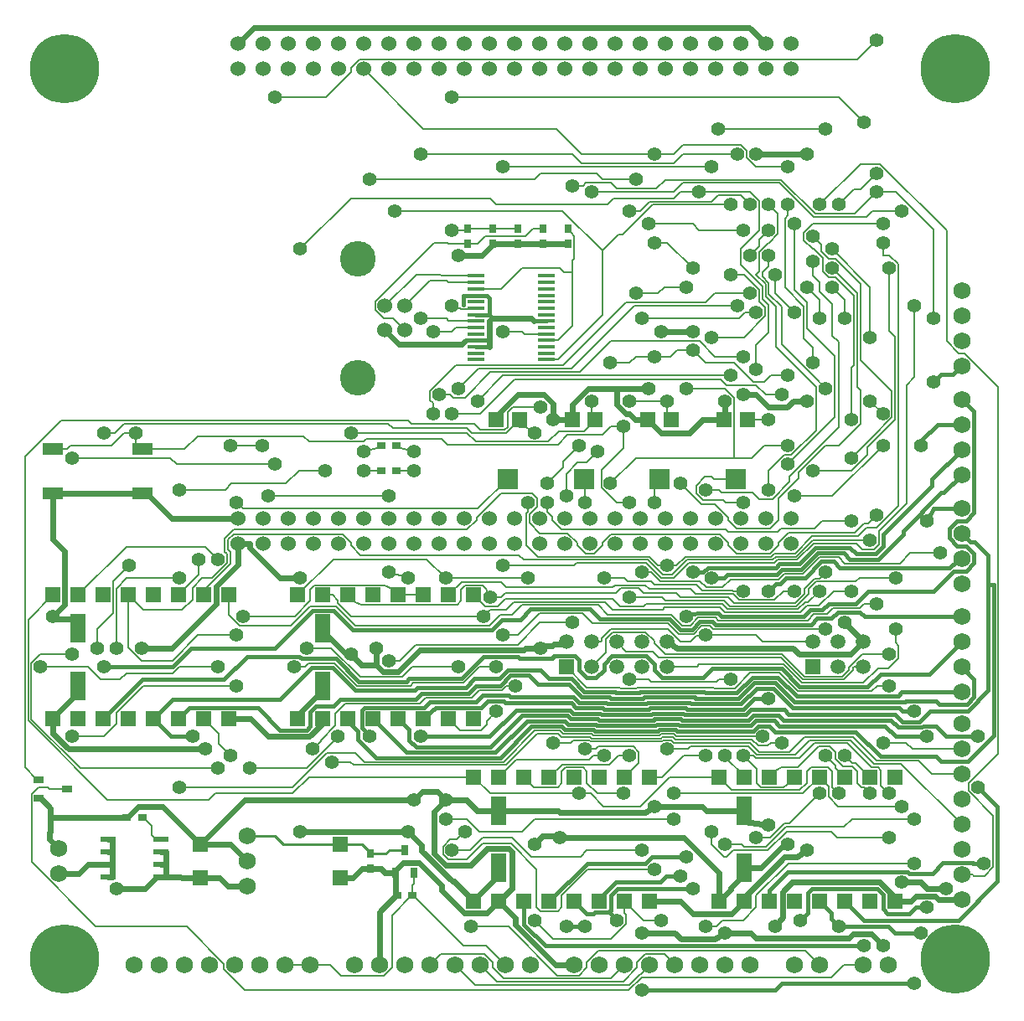
<source format=gtl>
*
*
G04 PADS 9.5 Build Number: 522968 generated Gerber (RS-274-X) file*
G04 PC Version=2.1*
*
%IN "DriverBoardRev2.pcb"*%
*
%MOIN*%
*
%FSLAX35Y35*%
*
*
*
*
G04 PC Standard Apertures*
*
*
G04 Thermal Relief Aperture macro.*
%AMTER*
1,1,$1,0,0*
1,0,$1-$2,0,0*
21,0,$3,$4,0,0,45*
21,0,$3,$4,0,0,135*
%
*
*
G04 Annular Aperture macro.*
%AMANN*
1,1,$1,0,0*
1,0,$2,0,0*
%
*
*
G04 Odd Aperture macro.*
%AMODD*
1,1,$1,0,0*
1,0,$1-0.005,0,0*
%
*
*
G04 PC Custom Aperture Macros*
*
*
*
*
*
*
G04 PC Aperture Table*
*
%ADD010C,0.001*%
%ADD016R,0.038X0.03*%
%ADD023R,0.03X0.038*%
%ADD026C,0.06*%
%ADD027R,0.06X0.06*%
%ADD030R,0.07087X0.01772*%
%ADD031C,0.14173*%
%ADD033C,0.006*%
%ADD037C,0.055*%
%ADD130R,0.08268X0.05118*%
%ADD135R,0.06299X0.06299*%
%ADD136R,0.07874X0.07874*%
%ADD177C,0.01772*%
%ADD188R,0.06102X0.02362*%
%ADD189C,0.0689*%
%ADD190C,0.068*%
%ADD191R,0.02559X0.04134*%
%ADD194R,0.06496X0.11614*%
%ADD195C,0.27559*%
%ADD196R,0.04134X0.02756*%
%ADD198R,0.05906X0.05906*%
%ADD199C,0.05906*%
%ADD215C,0.00984*%
%ADD217C,0.01575*%
%ADD218C,0.02362*%
*
*
*
*
G04 PC Circuitry*
G04 Layer Name DriverBoardRev2.pcb - circuitry*
%LPD*%
*
*
G04 PC Custom Flashes*
G04 Layer Name DriverBoardRev2.pcb - flashes*
%LPD*%
*
*
G04 PC Circuitry*
G04 Layer Name DriverBoardRev2.pcb - circuitry*
%LPD*%
*
G54D10*
G54D16*
G01X154371Y40191D03*
X148171D03*
X141833Y219443D03*
X148033D03*
X141833Y209443D03*
X148033D03*
X40642Y71343D03*
X46842D03*
G54D23*
X216271Y305791D03*
Y299591D03*
X206271D03*
Y305791D03*
X196271Y299591D03*
Y305791D03*
X186271Y299591D03*
Y305791D03*
X176271Y299591D03*
Y305791D03*
X137521Y57041D03*
Y50841D03*
G54D26*
X151271Y265191D03*
Y275033D03*
X143397D03*
Y265191D03*
X84854Y369207D03*
Y379207D03*
X94854Y369207D03*
Y379207D03*
X104854Y369207D03*
Y379207D03*
X114854Y369207D03*
Y379207D03*
X124854Y369207D03*
Y379207D03*
X134854Y369207D03*
Y379207D03*
X144854Y369207D03*
Y379207D03*
X154854Y369207D03*
Y379207D03*
X164854Y369207D03*
Y379207D03*
X174854Y369207D03*
Y379207D03*
X184854Y369207D03*
Y379207D03*
X194854Y369207D03*
Y379207D03*
X204854Y369207D03*
Y379207D03*
X214854Y369207D03*
Y379207D03*
X224854Y369207D03*
Y379207D03*
X234854Y369207D03*
Y379207D03*
X244854Y369207D03*
Y379207D03*
X254854Y369207D03*
Y379207D03*
X264854Y369207D03*
Y379207D03*
X274854Y369207D03*
Y379207D03*
X284854Y369207D03*
Y379207D03*
X294854Y369207D03*
Y379207D03*
X304854Y369207D03*
Y379207D03*
X84854Y180230D03*
Y190230D03*
X94854Y180230D03*
Y190230D03*
X104854Y180230D03*
Y190230D03*
X114854Y180230D03*
Y190230D03*
X124854Y180230D03*
Y190230D03*
X134854Y180230D03*
Y190230D03*
X144854Y180230D03*
Y190230D03*
X154854Y180230D03*
Y190230D03*
X164854Y180230D03*
Y190230D03*
X174854Y180230D03*
Y190230D03*
X184854Y180230D03*
Y190230D03*
X194854Y180230D03*
Y190230D03*
X204854Y180230D03*
Y190230D03*
X214854Y180230D03*
Y190230D03*
X224854Y180230D03*
Y190230D03*
X234854Y180230D03*
Y190230D03*
X244854Y180230D03*
Y190230D03*
X254854Y180230D03*
Y190230D03*
X264854Y180230D03*
Y190230D03*
X274854Y180230D03*
Y190230D03*
X284854Y180230D03*
Y190230D03*
X294854Y180230D03*
Y190230D03*
X304854Y180230D03*
Y190230D03*
G54D27*
X276271Y38006D03*
X286271D03*
X296271D03*
X306271D03*
X316271D03*
X326271D03*
X336271D03*
X346271D03*
Y87376D03*
X336271D03*
X326271D03*
X316271D03*
X306271D03*
X296271D03*
X286271D03*
X276271D03*
X178771Y38006D03*
X188771D03*
X198771D03*
X208771D03*
X218771D03*
X228771D03*
X238771D03*
X248771D03*
Y87376D03*
X238771D03*
X228771D03*
X218771D03*
X208771D03*
X198771D03*
X188771D03*
X178771D03*
X125799Y60691D03*
Y47191D03*
X108771Y110506D03*
X118771D03*
X128771D03*
X138771D03*
X148771D03*
X158771D03*
X168771D03*
X178771D03*
Y159876D03*
X168771D03*
X158771D03*
X148771D03*
X138771D03*
X128771D03*
X118771D03*
X108771D03*
X70021Y47191D03*
Y60691D03*
X11271Y110506D03*
X21271D03*
X31271D03*
X41271D03*
X51271D03*
X61271D03*
X71271D03*
X81271D03*
Y159876D03*
X71271D03*
X61271D03*
X51271D03*
X41271D03*
X31271D03*
X21271D03*
X11271D03*
G54D30*
X207748Y253557D03*
Y256116D03*
Y258675D03*
Y261234D03*
Y263793D03*
Y266352D03*
Y268911D03*
Y271470D03*
Y274030D03*
Y276589D03*
Y279148D03*
Y281707D03*
Y284266D03*
Y286825D03*
X179795D03*
Y284266D03*
Y281707D03*
Y279148D03*
Y276589D03*
Y274030D03*
Y271470D03*
Y268911D03*
Y266352D03*
Y263793D03*
Y261234D03*
Y258675D03*
Y256116D03*
Y253557D03*
G54D31*
X132767Y293813D03*
Y246411D03*
G54D33*
X103771Y12691D02*
X113771D01*
X121631*
X125931Y8391*
X143052*
X146271Y11610*
Y32491*
X153971Y40191*
X154371*
X161271Y12691D02*
X165571Y16991D01*
X183052*
X186271Y13772*
Y11610*
X190690Y7191*
X233271*
X238771Y12691*
X177689Y27947D02*
X192537D01*
X212093Y8391*
X220552*
X223771Y11610*
Y13772*
X228190Y18191*
X310771*
X316271Y12691*
X181271D02*
X187971Y5991D01*
X238152*
X243771Y11610*
Y13772*
X246990Y16991*
X254471*
X258771Y12691*
X171271D02*
X179171Y4791D01*
X240651*
X244915Y9055*
X245136*
X248771Y12691*
X270917Y27947D02*
X275200D01*
X277720Y30467*
X286005*
X291074Y35536*
Y40398*
X303820Y53144*
X354067*
X154371Y40191D02*
Y44199D01*
X155011Y44839*
Y49413*
X154371Y40191D02*
X154771D01*
X174574Y20388*
X183574*
X191271Y12691*
X202885Y30467D02*
X210444Y22907D01*
X233244*
X239291Y28955*
Y32782*
X238771Y38006D02*
Y33302D01*
X239291Y32782*
X238771Y38006D02*
X246311Y30467D01*
X253279*
X372846Y48498D02*
X377246D01*
X377640Y48104*
X381906*
X385433Y51632*
X2812Y53543D02*
Y80652D01*
X5540Y83380*
X9319*
X10057Y82642*
X16803*
X2812Y53543D02*
X28409Y27947D01*
X64596*
X79421Y13122*
Y10960*
X87631Y2750*
X240433*
X245472Y7789*
X321010*
X325912Y12691*
X333771*
X166480Y56671D02*
X168618Y54533D01*
X175815*
X182225Y60943*
X193619*
X203771Y50791*
Y35733*
X205398Y34106*
X212144*
X213771Y35733*
Y40279*
X224117Y50624*
X250759*
X166480Y56671D02*
Y59695D01*
X169282Y62497*
X171924*
X175169Y65742*
X170130Y58183D02*
X177186D01*
X182225Y63222*
X194120*
X201679Y55663*
X221279*
X223799Y58183*
X245720*
X273437Y65742D02*
Y60580D01*
X278353Y55663*
X279466*
X281985Y58183*
X295650*
X303210Y65742*
X320807*
X323326Y63222*
X343988*
X278476Y60703D02*
X285279D01*
X286409Y59572*
X295002*
X302974Y67544*
X325916*
X329153Y70781*
X354067*
X291074Y63222D02*
X296596D01*
X302372Y68999*
X304410*
X316271Y80860*
X46842Y71343D02*
X47242D01*
X50733Y67851*
Y64459*
X52551Y62642*
X54421*
X61783Y83380D02*
X106726D01*
X120455Y97109*
X131696*
X135442Y93363*
X190478*
X202983Y105868*
X212886*
X214205Y104548*
X225563*
X226145Y103966*
X252703*
X253285Y104548*
X258332*
X259343Y103537*
X293594*
X167610Y70781D02*
X175825D01*
X180865Y65742*
X197857*
X202897Y70781*
X258319*
X178771Y87376D02*
X185287Y80860D01*
X220523*
X188771Y87376D02*
X195657Y94262D01*
X224602*
X226319Y95978*
X230602*
X198771Y87376D02*
X202671Y83476D01*
X212144*
X213771Y85103*
Y89649*
X215398Y91276*
X222144*
X223771Y89649*
Y85103*
X228014Y80860*
X238161*
X208771Y87376D02*
X213871Y92476D01*
X225792*
X225939Y92328*
X232747*
X236397Y95978*
X240681*
X220523Y80860D02*
X225245D01*
X230285Y75821*
X245043*
X256598Y87376*
X276271*
X238771D02*
X244331Y92935D01*
X248771Y87376D02*
X253786D01*
X262389Y95978*
X270917*
X258319Y80860D02*
X309756D01*
X316271Y87376*
X276271D02*
X281371Y82276D01*
X308444*
X311271Y85103*
Y89649*
X312898Y91276*
X319644*
X321209Y89711*
Y83481*
X323830Y80860*
X286271Y87376D02*
X286473D01*
X296271D02*
Y88591D01*
X301153Y91276*
X307661*
X316013Y99628*
X320303*
X322570Y97361*
Y94596*
X325582Y91584*
X329336*
X331271Y89649*
Y85103*
X332916Y83459*
X333830*
X336429Y80860*
X316271Y87376D02*
X319969Y83678D01*
Y79559*
X323708Y75821*
X349027*
X375613Y81840D02*
Y85038D01*
X387263Y96688*
X375613Y81840D02*
X385433Y72020D01*
Y51632*
X1500Y109938D02*
Y150105D01*
X11271Y159876*
X1500Y109938D02*
X33097Y78341D01*
X73317*
X75836Y80860*
X106726*
X113242Y87376*
X178771*
X18948Y103537D02*
X31576D01*
X36586Y108548*
Y113094*
X47187Y123695*
X84460*
X89500Y90939D02*
X112299D01*
X121530Y100170*
Y100292*
X124775Y103537*
X122256Y93459D02*
X129781D01*
X131076Y92163*
X191568*
X204073Y104668*
X212182*
X213502Y103348*
X225056*
X225638Y102766*
X253206*
X253788Y103348*
X257816*
X258874Y102290*
X289405*
X291807Y99887*
X295739*
X296870Y101018*
X301153*
X114696Y98498D02*
X117880Y101682D01*
Y102073*
X123771Y107964*
Y112779*
X127573Y116581*
X157335*
X159791Y119037*
X177836*
X180876Y122077*
X190019*
X191637Y123695*
X195326*
X210444Y101018D02*
X217248D01*
X218378Y102148*
X224556*
X225138Y101566*
X253704*
X254286Y102148*
X257314*
X258420Y101042*
X288680*
X292354Y97368*
X304407*
X310268Y103228*
X329746*
X339133Y93841*
X355582*
X360925Y88498*
X372846*
X223043Y98498D02*
X227326D01*
X228457Y99628*
X242193*
X244331Y97490*
Y92935*
X255799Y98498D02*
X263862D01*
X264992Y99628*
X287972*
X291432Y96168*
X306512*
X312373Y102028*
X328570*
X338000Y92599*
X348745*
X372846Y68498*
X278274Y95777D02*
X286473Y87578D01*
Y87376*
X278274Y95777D02*
X278476Y95978D01*
X286035D02*
X289805D01*
X290816Y94968*
X308389*
X314250Y100828*
X327367*
X336858Y91337*
X339583*
X340789Y90131*
Y84059*
X343988Y80860*
X286035Y95978D02*
X291271Y90742D01*
Y85103*
X292898Y83476*
X302053*
X306271Y86810*
Y87376*
X318791Y95978D02*
X322635Y92134D01*
Y91012*
X326271Y87376*
X326350Y95978D02*
X329236Y93092D01*
X330555*
X336271Y87376*
X341468Y101018D02*
X350791D01*
X353311Y98498*
X372846*
X2700Y110435D02*
Y132766D01*
X6227Y136293*
X18948*
X2700Y110435D02*
X22196Y90939D01*
X76901*
X71271Y110506D02*
X77134Y104644D01*
Y100785*
X81941Y95978*
X168771Y110506D02*
X173220Y106057D01*
X181595*
X183929Y108391*
Y109778*
X187767Y113616*
X240681Y126215D02*
X248165D01*
X249153Y125226*
X275394*
X276382Y126215*
X280996*
X6350Y131254D02*
X25252D01*
X30291Y126215*
X38131*
X40651Y128734*
X58985*
X61505Y131254*
X76901*
X29027Y138813D02*
Y146411D01*
X35279Y152663*
Y165222*
X41626Y171569*
X36586Y138813D02*
Y162464D01*
X40652Y166530*
X61783*
X107137Y131254D02*
X111474D01*
X112876Y132656*
X123382*
X132251Y123787*
X153509*
X154634Y124911*
X174691*
X181033Y131254*
X187767*
X112177Y138813D02*
X122088D01*
X133739Y127161*
X150261*
X154354Y131254*
X172649*
X144933Y133774D02*
X149356D01*
X155684Y140101*
X196238*
X205028Y148892*
X218004*
X190287Y143852D02*
X196339D01*
X205028Y152542*
X221992*
X225826Y148708*
X255830*
X260151Y144387*
X266268*
X269383Y147502*
X272700*
X273912Y146291*
X314369*
X314451Y146372*
X318791*
X225484Y141254D02*
X229337D01*
X229701Y141619*
Y142617*
X233456Y146372*
X255830*
X260869Y141333*
X264911*
X267267Y143689*
X270917*
Y143852*
X225484Y131254D02*
X231266Y137036D01*
Y142485*
X233888Y145107*
X247080*
X250484Y141703*
Y140805*
X254940Y136349*
X301372*
X310320Y127401*
X325347*
X327969Y130023*
Y131021*
X333241Y136293*
X343988*
X215484Y131254D02*
X223591Y123146D01*
X236753*
X237335Y122565*
X243161*
X243743Y123146*
X274066*
X274648Y122565*
X282510*
X288776Y128830*
X300421*
X307624Y121626*
X337131*
X339199Y123695*
X343988*
X235484Y141254D02*
X239396Y137341D01*
X250086*
X252299Y135128*
X300805*
X309731Y126201*
X325844*
X329534Y129891*
Y130889*
X329899Y131254*
X333752*
X270917Y143852D02*
X290934D01*
X293532Y141254*
X313752*
X255484Y131254D02*
X267511D01*
X268461Y132205*
X301939*
X309143Y125001*
X333771*
X339517Y130747*
X343604*
X347638Y134781*
Y139698*
X346507Y146372D02*
Y140829D01*
X347638Y139698*
X21271Y159876D02*
X40523Y179128D01*
X71862*
X76901Y174089*
X41271Y159876D02*
X47216Y153931D01*
X62599*
X66822Y158154*
Y162700*
X70652Y166530*
X74504*
X80551Y172577*
Y176174*
X41271Y159876D02*
Y139045D01*
X46542Y133774*
X58985*
X69064Y143852*
X84460*
X61271Y159876D02*
X69342Y167947D01*
Y174089*
X86980Y151411D02*
X107579D01*
X113771Y157603*
Y162149*
X115398Y163776*
X143313*
X148771Y161401*
Y159876*
X71271D02*
Y161502D01*
X81941Y172171*
Y177055*
X81271Y159876D02*
Y151958D01*
X85468Y147761*
X105925*
X113653Y155490*
X123889*
X131618Y147761*
X184884*
X189222Y152099*
X194072*
X197889Y155917*
X228205*
X232039Y152083*
X257465*
X261787Y147761*
X264870*
X267986Y150877*
X274897*
X276109Y149665*
X311482*
X314019Y152202*
X319136*
X321675Y154741*
X332377*
X334087Y156451*
X338948*
X108771Y159876D02*
X122984Y174089D01*
X160051*
X167610Y166530*
X118771Y159876D02*
X122671D01*
X124775Y157772*
Y156599*
X129963Y151411*
X182728*
X128771Y159876D02*
Y158481D01*
X133954Y155976*
X172144*
X173771Y157603*
Y162149*
X175398Y163776*
X182144*
X183518Y162402*
X185248Y158970*
X144933Y169049D02*
X152492Y166530D01*
X148771Y159876D02*
X158771D01*
X167610Y166530D02*
X200366D01*
X168771Y159876D02*
X173871Y164976D01*
X189699*
X191796Y162880*
X234039*
X234980Y163820*
X247055*
X248506Y162369*
X264986*
X267069Y160286*
X281862*
X284308Y157840*
X298259*
X301909Y161490*
X306193*
X182728Y151411D02*
X185373Y154056D01*
X191532*
X194593Y157117*
X231041*
X234037Y154120*
X253820*
X254761Y155061*
X276552*
X278574Y153040*
X308774*
X311311Y155577*
X316113*
X322027Y161490*
X328870*
X185248Y158970D02*
X189554D01*
X191182Y160598*
X235300*
X237323Y162620*
X244375*
X246326Y160670*
X259293*
X261011Y158951*
X280133*
X282444Y156640*
X306504*
X310336Y160472*
Y162414*
X314348Y166426*
X316167*
X318791Y169049*
X178771Y159876D02*
X183327Y155320D01*
X188258*
X191254Y158317*
X233859*
X236855Y155320*
X246237*
X247178Y156261*
X277588*
X279610Y154240*
X307766*
X310493Y156966*
X311747*
X316271Y161490*
X230602Y166530D02*
X238665D01*
X239985Y165210*
X249438*
X250764Y163884*
X267293*
X269574Y161602*
X281862*
X281974Y161490*
X286035*
X240681Y158970D02*
X253599D01*
X254953Y157616*
X278404*
X280579Y155440*
X280579D02*
X307001D01*
X312029Y160468*
Y162410*
X314802Y165183*
X330799*
X332145Y166530*
X346507*
X245720Y169049D02*
Y169020D01*
X249370*
X253117Y165273*
X268759*
X271152Y162880*
X277719*
X280995Y166155*
X300033*
X302258Y168381*
X309762*
X316256Y174874*
X323826*
X326252Y172448*
X348287*
X352447Y176608*
X364145*
X79754Y182343D02*
Y176971D01*
X80551Y176174*
X79754Y182343D02*
X83241Y185830D01*
X175969*
X179854Y189715*
Y190746*
X189524Y200416*
X201878*
X204016Y198278*
Y194969*
X80954Y181846D02*
Y178042D01*
X81941Y177055*
X80954Y181846D02*
X83239Y184130D01*
X126469*
X129854Y180746*
Y179715*
X133759Y175809*
X196635*
X198534Y173911*
X247945*
X253937Y167919*
X257503*
X263507Y173923*
X297680*
X298888Y175130*
X306966*
X313484Y181648*
X336429*
X190287Y171569D02*
X218507D01*
X219638Y172699*
X247424*
X253404Y166719*
X258193*
X264185Y172711*
X298353*
X299573Y173930*
X307463*
X313957Y180424*
X330815*
X333241Y177998*
X337941*
X340092Y180149*
Y185401*
X350887Y196196*
Y243476*
X354067Y246656*
Y274876*
X200954Y188615D02*
Y191908D01*
X204016Y194969*
X200954Y188615D02*
X205103Y184466D01*
X216133*
X219854Y180746*
Y179715*
X223239Y176330*
X226469*
X229854Y179715*
Y180746*
X233239Y184130*
X276469*
X279854Y180746*
Y179715*
X283239Y176330*
X296469*
X299854Y179715*
Y180746*
X303833Y184724*
X303833D02*
X330426D01*
X334064Y188362*
X335584*
X338948Y191726*
X199754Y179815D02*
X204448Y175121D01*
X248515*
X252066Y171569*
X255799*
X199754Y179815D02*
Y192467D01*
X200366Y193078*
Y196766*
X255799Y171569D02*
X259453D01*
X259453D02*
X263010Y175126D01*
X297075*
X298278Y176330*
X306469*
X313393Y183254*
X331529*
X334818Y186542*
X338926*
X347638Y195254*
Y291506*
X61783Y201805D02*
X79925D01*
X82444Y204325*
X104114*
X109153Y209364*
X119736*
X84460Y196766D02*
X87041Y194185D01*
X180427*
X192220Y205978*
X97059Y199285D02*
X144933D01*
X134854Y209364D02*
X141833D01*
Y209443*
X148033D02*
Y209364D01*
X155011*
X207925Y196766D02*
Y192895D01*
X209854Y190966*
Y189715*
X213567Y186002*
X279082*
X279954Y185130*
X299754*
X300819Y186195*
X314271*
X317283Y189207*
X328870*
X207925Y204325D02*
X214224Y210624D01*
Y213144*
X220523Y219443*
X229472Y202813D02*
X235519Y196766D01*
X240681*
X229472Y202813D02*
Y209494D01*
X238161Y218183*
Y227002*
X215484Y199285D02*
Y208133D01*
X219930Y212579*
X223738*
X228082Y216923*
X222476Y205978D02*
X223043D01*
Y196766*
X250759D02*
Y205978D01*
X252712*
X233122Y204325D02*
X243200Y214404D01*
X282372*
X267267Y200293D02*
X269925Y197635D01*
X278089*
X278958Y196766*
X286035*
X267267Y200293D02*
Y203317D01*
X270794Y206844*
X273437*
X274303Y205978*
X282948*
X260838Y204325D02*
X269248Y195915D01*
X274685*
X279854Y190746*
Y189715*
X283239Y186330*
X296469*
X299854Y189715*
Y198398*
X307817Y206361*
Y208592*
X318668Y219443*
X323953*
X332520Y228010*
Y241462*
X270917Y201805D02*
X276271D01*
X277297Y200779*
X289581*
X292205Y198155*
X297626*
X304333Y204862*
Y207093*
X323830Y226591*
Y260545*
X296114Y201805D02*
Y209487D01*
X302290Y215663*
X305055*
X314882Y225490*
Y242661*
X306193Y199285D02*
X321311D01*
X341468Y219443*
X313752Y209364D02*
X328992D01*
X335169Y215541*
Y218594*
X346318Y229744*
Y262750*
X300Y214981D02*
Y91172D01*
X5090Y86382*
X5779*
X300Y214981D02*
X14652Y229332D01*
X152693*
X154106Y227920*
X178894*
X181263Y225551*
X191116*
X192220Y226654*
Y232546*
X194235Y234561*
X205405*
X18948Y214404D02*
X58004D01*
X60523Y211884*
X99578*
X11271Y217986D02*
X16837D01*
X18294Y219443*
X34602*
X39641Y224482*
X44145*
Y217986*
X47098*
X31547Y224482D02*
X35991D01*
X39641Y228132*
X144771*
X146656Y226248*
X146656D02*
X176059D01*
X177957Y224351*
X191614*
X196855Y229592*
X47098Y217986D02*
X63727D01*
X68834Y223093*
X111046*
X113307Y220832*
X134938*
X135948Y221843*
X166128*
X168338Y219632*
X212221*
X216111Y223523*
X229814*
X233293Y227002*
X238161*
X81941Y219443D02*
X94539D01*
X129815Y224482D02*
X176059D01*
X179709Y220832*
X208393*
X212714Y225152*
X222654*
X227102Y229600*
X134854Y216923D02*
X140233Y218243D01*
X141833*
Y219443*
X148033D02*
Y218243D01*
X149633*
X155011Y216923*
X196846Y229600D02*
Y229592D01*
X196855*
X196846Y229600D02*
Y226751D01*
X199696*
X202885Y224482*
X282372Y214404D02*
X289278D01*
X294317Y219443*
X303673*
X287574Y229600D02*
Y229522D01*
X296114*
X303673Y211884D02*
X322441Y230652D01*
Y254864*
X328870Y214404D02*
X337154Y222688D01*
X337277*
X345118Y230529*
X328870Y229522D02*
Y250183D01*
X330000Y251313*
Y278908*
X161440Y241112D02*
Y237455D01*
X162570Y236325*
Y232041*
X161440Y241112D02*
X171742Y251414D01*
X214387*
X239143Y276171*
X270952*
X274696Y279915*
X288555*
X165090Y239600D02*
X169374D01*
X170504Y238470*
X175298*
X185337Y248508*
X220893*
X233273Y260888*
X268527*
X274696Y254719*
X286035*
X170130Y232041D02*
X181397D01*
X195126Y245770*
X276934*
X279359Y243345*
X291074*
X294819Y239600*
X301153*
X172649Y242120D02*
X180490Y249961D01*
X217640*
X242554Y274876*
X283515*
X180208Y237081D02*
X190287Y247159D01*
X280996*
X225563Y237081D02*
Y229600D01*
X227102*
X240681Y237081D02*
X255799D01*
Y229600*
X257338*
X263358Y242120D02*
X278598D01*
X282372Y238347*
Y214404*
X291074Y249679D02*
Y259413D01*
X295924Y264263*
X336429Y237081D02*
X341468Y232041D01*
X157531Y269837D02*
X167804D01*
X168729Y268911*
X179795*
X162570Y264797D02*
X170008D01*
X171564Y266352*
X179795*
X190287Y264797D02*
X198119D01*
X199123Y263793*
X207748*
Y261234D02*
X212191D01*
X218004Y267047*
Y288400*
X207748Y253557D02*
X212191D01*
X229831Y271197*
Y296904*
X233122Y252199D02*
X240681D01*
X243200Y254719*
X250759*
X257059*
X259578Y257238*
X265878*
X245720Y269837D02*
X284271D01*
X286791Y272356*
X291074*
X265878Y257238D02*
X270917Y252199D01*
X282256*
X289815Y244640*
X294350*
X296870Y247159*
X303673*
X273437Y262278D02*
X286158D01*
X294724Y270844*
Y274215*
X139497Y276649D02*
Y273418D01*
X143079Y269837*
X146626*
X151271Y265191*
X139497Y276649D02*
X162921Y300073D01*
X168155*
X168637Y299591*
X176271*
X143397Y275033D02*
X155838Y287474D01*
X165270*
X165920Y286825*
X179795*
X170130Y274876D02*
X173967Y273552D01*
X179795*
Y274030*
X151271Y275033D02*
X161193Y284955D01*
X167928*
X168617Y284266*
X179795*
Y281707D02*
X189559D01*
X197846Y289994*
X212964*
X214558Y288400*
X218004*
Y293125*
X218671Y293793*
Y302593*
X243200Y279915D02*
X252019D01*
X254539Y282435*
X263358*
X280996Y287474D02*
X286158D01*
X292299Y281333*
Y276640*
X294724Y274215*
X293594Y286657D02*
X296114Y284138D01*
Y279748*
X301153Y274709*
Y259635*
X314164Y246625*
X314286*
X318791Y242120*
X293594Y286657D02*
Y288230D01*
X296114Y290750*
Y295033*
X291074Y287474D02*
X292334Y288734D01*
Y296416*
X295991Y300073*
X296236*
X299764Y303600*
Y311541*
X291074Y287474D02*
X294854Y283695D01*
Y278568*
X298903Y274519*
Y258640*
X314882Y242661*
X302543Y282172D02*
X309937Y274777D01*
Y262029*
X313752Y258215*
Y252199*
X302543Y282172D02*
Y309777D01*
X303673Y310908*
Y315191*
X298633Y287474D02*
Y279915D01*
X306193Y272356*
X321311Y282435D02*
X326350Y277396D01*
Y269837*
X311232Y282435D02*
X316271Y277396D01*
Y269837*
X109657Y297553D02*
X129815Y317711D01*
X185248*
X187767Y315191*
X231862*
X234381Y317711*
X258373*
X260893Y320230*
X268397*
X170130Y305112D02*
X176271D01*
Y305791*
X186271*
X176271Y299591D02*
X180135D01*
X183136Y302593*
X199209*
X202408Y305791*
X206271*
X186271D02*
X196271D01*
X229831Y296904D02*
X236313Y303387D01*
X238026*
X249830Y315191*
X280996*
X216271Y305791D02*
Y305789D01*
X218671Y302593*
X250759Y300073D02*
X255799D01*
X265878Y289994*
X248240Y307632D02*
X265878D01*
X268397Y305112*
X286035*
X284905Y291186D02*
X293594Y282496D01*
Y277587*
X295924Y275256*
Y264263*
X284905Y291186D02*
Y297683D01*
X292205Y304983*
X288555Y295033D02*
X292334Y298813D01*
Y301333*
X296114Y305112*
X310102Y304104D02*
X313629Y307632D01*
X341468*
X310102Y304104D02*
Y301081D01*
X313629Y297553*
X313874*
X317531Y293896*
Y288612*
X319928Y286215*
X322693*
X330000Y278908*
X306193Y307632D02*
Y281266D01*
X311232Y276226*
Y266073*
X322441Y254864*
X321311Y297553D02*
X336429Y282435D01*
Y262278*
X313752Y302593D02*
X316997Y299348D01*
Y296705*
X319928Y293774*
X322693*
X332684Y283783*
Y253424*
X345118Y240990*
Y230529*
X321311Y289994D02*
X331389Y279915D01*
Y242593*
X332520Y241462*
X313752Y292514D02*
Y286971D01*
X316271Y284451*
Y280703*
X321311Y275663*
Y263065*
X323830Y260545*
X343988Y289994D02*
Y265081D01*
X346318Y262750*
X341468Y300073D02*
Y295033D01*
X344110*
X347638Y291506*
X137374Y325270D02*
X202885D01*
X205405Y327789*
X227578*
X230098Y325270*
X243200*
X147452Y312671D02*
X214064D01*
X229831Y296904*
X218004Y322750D02*
X222287D01*
X223417Y323880*
X233251*
X235512Y321620*
X251389*
X254849Y325080*
X301005*
X314544Y311541*
X330259*
X338948Y320230*
X225563D02*
X258373D01*
X262023Y323880*
X300292*
X313831Y310341*
X334886*
X337216Y312671*
X349027*
X240681D02*
X244807D01*
X248586Y316451*
X273437*
X275827Y318841*
X284905*
X288555Y315191*
X268397Y320230D02*
X288677D01*
X292205Y316703*
Y304983*
X296114Y315191D02*
X299764Y311541D01*
X323830Y315191D02*
X330130Y321490D01*
X332649*
X338948Y327789*
X316271Y315191D02*
X332520Y331439D01*
X340460*
X366911Y304989*
Y260951*
X371765Y256096*
X373927*
X387263Y242761*
Y96688*
X338948Y320230D02*
X346630D01*
X361626Y305235*
Y269837*
X157531Y335348D02*
X218004D01*
X221654Y331698*
X258373*
X262023Y335348*
X283515*
X190287Y330309D02*
X273437D01*
X250759Y335348D02*
X258373D01*
X262023Y338998*
X285027*
X287295Y336731*
Y333966*
X290952Y330309*
X303673*
X275956Y345427D02*
X318791D01*
X99578Y358026D02*
X119815D01*
X129815Y368026*
Y369683*
X133276Y373144*
X331389*
X338948Y380703*
X134854Y369207D02*
X158633Y345427D01*
X211575*
X221654Y335348*
X250759*
X170130Y358026D02*
X323830D01*
X333909Y347947*
G54D37*
X245720Y2750D03*
X354067Y5270D03*
X177689Y27947D03*
X215484D03*
X223043D03*
X245720Y25427D03*
X270917Y27947D03*
X278476Y25427D03*
X298633Y27947D03*
X323830D03*
X341468Y20388D03*
X333909D03*
X356586Y25427D03*
X36586Y43065D03*
X202885Y30467D03*
X235641D03*
X265878Y43065D03*
X260838Y48104D03*
X253279Y30467D03*
X308712D03*
X349027Y45585D03*
X366665Y43065D03*
X359106Y35506D03*
X109657Y65742D03*
X152492D03*
X170130Y58183D03*
X175169Y65742D03*
X202885Y60703D03*
X212964Y63222D03*
X245720Y58183D03*
X250759Y50624D03*
X263358Y55663D03*
X273437Y65742D03*
X278476Y60703D03*
X296114Y68262D03*
X303673Y60703D03*
X291074Y63222D03*
X311232Y58183D03*
X343988Y63222D03*
X354067Y53144D03*
X381783D03*
X61783Y83380D03*
X155011Y78341D03*
X167610D03*
Y70781D03*
X220523Y80860D03*
X250759Y75821D03*
X238161Y80860D03*
X258319D03*
Y70781D03*
X323830Y80860D03*
X316271D03*
X349027Y75821D03*
X336429Y80860D03*
X343988D03*
X354067Y70781D03*
X379263Y83380D03*
X18948Y103537D03*
X66822D03*
X71862Y98498D03*
X81941Y95978D03*
X76901Y90939D03*
X89500D03*
X122256Y93459D03*
X124775Y103537D03*
X114696Y98498D03*
X137374Y103537D03*
X157531D03*
X210444Y101018D03*
X230602Y95978D03*
X223043Y98498D03*
X240681Y95978D03*
X270917D03*
X255799Y98498D03*
X278476Y95978D03*
X286035D03*
X293594Y103537D03*
X301153Y101018D03*
X318791Y95978D03*
X326350D03*
X341468Y101018D03*
X359106Y103537D03*
X379263D03*
X84460Y123695D03*
X187767Y113616D03*
X195326Y123695D03*
X240681Y126215D03*
X280996D03*
X296114Y118656D03*
X343988Y123695D03*
X354067Y113616D03*
X6350Y131254D03*
X29027Y138813D03*
X18948Y136293D03*
X46665Y138813D03*
X31547Y131254D03*
X36586Y138813D03*
X84460Y143852D03*
X76901Y131254D03*
X107137D03*
X129815Y136293D03*
X112177Y138813D03*
X139893D03*
X144933Y133774D03*
X190287Y143852D03*
X187767Y131254D03*
X172649D03*
X205405Y138813D03*
X218004Y148892D03*
X270917Y143852D03*
X326350Y148892D03*
X318791Y146372D03*
X343988Y136293D03*
X346507Y146372D03*
X11389Y151411D03*
X61783Y166530D03*
X86980Y151411D03*
X109657Y166530D03*
X144933Y169049D03*
X167610Y166530D03*
X152492D03*
X182728Y151411D03*
X185248Y158970D03*
X200366Y166530D03*
X230602D03*
X240681Y158970D03*
X245720Y169049D03*
X263358Y151411D03*
X265878Y169049D03*
X286035Y161490D03*
X273437Y166530D03*
X296114Y161490D03*
X306193D03*
X328870D03*
X318791Y169049D03*
X316271Y161490D03*
X338948Y156451D03*
X346507Y166530D03*
X41626Y171569D03*
X69342Y174089D03*
X76901D03*
X190287Y171569D03*
X255799D03*
X328870Y189207D03*
X336429Y181648D03*
X359106Y189207D03*
X364145Y176608D03*
X61783Y201805D03*
X84460Y196766D03*
X97059Y199285D03*
X119736Y209364D03*
X134854D03*
X144933Y199285D03*
X155011Y209364D03*
X200366Y196766D03*
X207925D03*
Y204325D03*
X223043Y196766D03*
X215484Y199285D03*
X240681Y196766D03*
X250759D03*
X233122Y204325D03*
X260838D03*
X270917Y201805D03*
X286035Y196766D03*
X296114Y201805D03*
X306193Y199285D03*
X313752Y209364D03*
X338948Y191726D03*
X18948Y214404D03*
X44145Y224482D03*
X31547D03*
X81941Y219443D03*
X99578Y211884D03*
X94539Y219443D03*
X129815Y224482D03*
X134854Y216923D03*
X155011D03*
X210444Y229522D03*
X202885Y224482D03*
X228082Y216923D03*
X220523Y219443D03*
X238161Y227002D03*
X303673Y211884D03*
X296114Y229522D03*
X303673Y219443D03*
X328870Y214404D03*
Y229522D03*
X341468Y219443D03*
X356586D03*
X162570Y232041D03*
X165090Y239600D03*
X170130Y232041D03*
X172649Y242120D03*
X180208Y237081D03*
X205405Y234561D03*
X225563Y237081D03*
X248240Y242120D03*
X240681Y237081D03*
X255799D03*
X263358Y242120D03*
X286035Y239600D03*
X278476Y237081D03*
X280996Y247159D03*
X303673D03*
X291074Y249679D03*
X301153Y239600D03*
X311232Y237081D03*
X318791Y242120D03*
X341468Y232041D03*
X336429Y237081D03*
X361626Y244640D03*
X157531Y269837D03*
X162570Y264797D03*
X190287D03*
X233122Y252199D03*
X250759Y254719D03*
X245720Y269837D03*
X265878Y264797D03*
X253279D03*
X265878Y257238D03*
X286035Y254719D03*
X273437Y262278D03*
X326350Y269837D03*
X316271D03*
X313752Y252199D03*
X336429Y262278D03*
X361626Y269837D03*
X170130Y274876D03*
X243200Y279915D03*
X263358Y282435D03*
X283515Y274876D03*
X288555Y279915D03*
X280996Y287474D03*
X291074Y272356D03*
X306193D03*
X298633Y287474D03*
X321311Y282435D03*
X311232D03*
X354067Y274876D03*
X109657Y297553D03*
X170130Y305112D03*
X172649Y295033D03*
X250759Y300073D03*
X248240Y307632D03*
X265878Y289994D03*
X288555Y295033D03*
X286035Y305112D03*
X306193Y307632D03*
X296114Y305112D03*
Y295033D03*
X321311Y297553D03*
X313752Y302593D03*
X321311Y289994D03*
X313752Y292514D03*
X343988Y289994D03*
X341468Y300073D03*
Y307632D03*
X137374Y325270D03*
X147452Y312671D03*
X218004Y322750D03*
X225563Y320230D03*
X243200Y325270D03*
X240681Y312671D03*
X268397Y320230D03*
X280996Y315191D03*
X288555D03*
X296114D03*
X303673D03*
X323830D03*
X316271D03*
X338948Y327789D03*
Y320230D03*
X349027Y312671D03*
X157531Y335348D03*
X190287Y330309D03*
X250759Y335348D03*
X283515D03*
X275956Y345427D03*
X273437Y330309D03*
X291074Y335348D03*
X303673Y330309D03*
X311232Y335348D03*
X318791Y345427D03*
X333909Y347947D03*
X99578Y358026D03*
X170130D03*
X338948Y380703D03*
G54D130*
X47098Y217986D03*
X11271D03*
X47098Y200191D03*
X11271D03*
G54D135*
X278322Y229600D03*
X287574D03*
X248086D03*
X257338D03*
X217850D03*
X227102D03*
X187594D03*
X196846D03*
G54D136*
X282948Y205978D03*
X252712D03*
X222476D03*
X192220D03*
G54D177*
X174982Y260722D02*
X175494Y261234D01*
X179795*
X185926Y269837D02*
X185119Y269030D01*
X185926Y269837*
X185119Y261234D02*
Y258675D01*
X179795*
Y261234D02*
X185119D01*
X202541Y269030D02*
X202660Y268911D01*
X207748*
X174470Y275337D02*
Y278852D01*
X174766Y279148*
X179795*
X185926Y269837D02*
X184824Y271470D01*
X179795*
Y279148D02*
X183338Y278960D01*
X183954*
X184824Y278090*
Y271470*
X185926Y269837*
G54D188*
X54421Y47642D03*
Y52642D03*
Y57642D03*
Y62642D03*
X33161D03*
Y57642D03*
Y52642D03*
Y47642D03*
G54D189*
X88791Y43892D03*
Y53892D03*
Y63892D03*
G54D190*
X372846Y251096D03*
Y261096D03*
Y271096D03*
Y281096D03*
Y207789D03*
Y217789D03*
Y227789D03*
Y237789D03*
Y164482D03*
Y174482D03*
Y184482D03*
Y194482D03*
Y121175D03*
Y131175D03*
Y141175D03*
Y151175D03*
Y38498D03*
Y48498D03*
Y58498D03*
Y68498D03*
Y78498D03*
Y88498D03*
Y98498D03*
Y108498D03*
X333771Y12691D03*
X343771D03*
X306271D03*
X316271D03*
X218771D03*
X228771D03*
X238771D03*
X248771D03*
X258771D03*
X268771D03*
X278771D03*
X288771D03*
X131271D03*
X141271D03*
X151271D03*
X161271D03*
X171271D03*
X181271D03*
X191271D03*
X201271D03*
X43771D03*
X53771D03*
X63771D03*
X73771D03*
X83771D03*
X93771D03*
X103771D03*
X113771D03*
X13496Y58941D03*
Y48941D03*
G54D191*
X147531Y49413D03*
X155011D03*
X151271Y58469D03*
G54D194*
X286271Y51274D03*
Y74108D03*
X188771Y51274D03*
Y74108D03*
X118771Y123774D03*
Y146608D03*
X21271Y123774D03*
Y146608D03*
G54D195*
X370287Y369207D03*
Y14876D03*
X15956Y369207D03*
Y14876D03*
G54D196*
X5779Y86382D03*
Y78902D03*
X16803Y82642D03*
G54D198*
X313752Y131254D03*
X215484D03*
G54D199*
X313752Y141254D03*
X323752Y131254D03*
Y141254D03*
X333752Y131254D03*
Y141254D03*
X215484D03*
X225484Y131254D03*
Y141254D03*
X235484Y131254D03*
Y141254D03*
X245484Y131254D03*
Y141254D03*
X255484Y131254D03*
Y141254D03*
G54D215*
X88791Y63892D02*
X99701D01*
X102902Y60691*
X125799*
X134271*
X137521Y57441*
Y57041*
X143793*
X145220Y58469*
X151271*
G54D217*
X245720Y2750D02*
X298633D01*
X301153Y5270*
X354067*
X198748Y28753D02*
Y32888D01*
X198771Y32911*
Y38006*
X198748Y28753D02*
X207162Y20339D01*
X302700*
X302749Y20388*
X333909*
X215484Y27947D02*
X223043D01*
X323830D02*
X343735D01*
X346255Y25427*
X356586*
X208771Y38006D02*
X223909Y53144D01*
X246980*
X249500Y55663*
X263358*
X229234Y33619D02*
X232346D01*
X228252Y38525D02*
X235312Y45585D01*
X252876*
X255396Y48104*
X260838*
X228252Y38525D02*
Y38006D01*
X228771*
X218771D02*
X223791Y32986D01*
X226326*
X226959Y33619*
X229234*
X232346D02*
X232351D01*
X233159Y34426*
Y35638*
X232351Y33619D02*
X232467Y33502D01*
X232606*
X235641Y30467*
X233159Y35638D02*
Y40355D01*
X235868Y43065*
X265878*
X308712Y30467D02*
X311638Y33392D01*
Y41335*
X313368Y43065*
X339174*
X341468Y40771*
Y34847*
X343329Y32986*
X352093*
X354613Y35506*
X359106*
X296271Y38006D02*
Y42393D01*
X303600Y49722*
X351189*
X351905Y49006*
X361182*
X365461Y53285*
X377246*
X377388Y53144*
X381783*
X326271Y38006D02*
X333811Y30467D01*
X371585*
X387120Y46002*
Y75523*
X316271Y38006D02*
X320905Y33372D01*
Y30872*
X323830Y27947*
X379263Y83380D02*
X387120Y75523D01*
X128240Y109975D02*
X132636Y105579D01*
Y102424*
X140009Y95050*
X189186*
X201691Y107555*
X213791*
X215110Y106235*
X226273*
X226855Y105654*
X251998*
X252580Y106235*
X259051*
X259633Y105654*
X289803*
X291824Y107675*
X296291*
X298651Y105315*
X298651D02*
X330683D01*
X340469Y95529*
X362663*
X364481Y93711*
X375288*
X385576Y103998*
Y163854*
X128240Y109975D02*
Y110506D01*
X128771*
X157531Y103537D02*
X185022D01*
X195564Y114080*
X217038*
X218357Y112760*
X229113*
X229695Y112178*
X249223*
X249805Y112760*
X262021*
X262603Y112178*
X286927*
X288948Y114199*
X302182*
X303925Y112456*
X346450*
X349427Y109479*
X356005*
X360275Y113749*
X375266*
X383401Y121884*
Y163854*
X31271Y110506D02*
X46980Y126215D01*
X79421*
X88598Y135391*
X109299*
X110181Y134509*
X123960*
X132995Y125474*
X151885*
X153010Y126599*
X173918*
X182711Y135391*
X196228*
X196944Y134676*
X209831*
X210750Y135594*
X219011*
X220484Y134122*
Y130116*
X223686Y126914*
X227282*
X230484Y130116*
Y132392*
X233686Y135594*
X247282*
X250484Y132392*
Y130116*
X253686Y126914*
X270126*
X273729Y130517*
X301180*
X308384Y123314*
X335451*
X340503Y128366*
X360037*
X372846Y141175*
X61271Y110506D02*
X65659Y114893D01*
X92878*
X101653Y106119*
X112346*
X113771Y107544*
Y113468*
X116039Y115736*
X123047*
X125579Y118268*
X155541*
X157996Y120724*
X176603*
X179644Y123764*
X189282*
X193350Y127832*
X200681*
X204308Y124205*
X216687*
X221607Y119284*
X232759*
X233341Y118702*
X246024*
X246606Y119284*
X266548*
X267130Y118702*
X284129*
X290394Y124968*
X298759*
X306344Y117383*
X350137*
X350507Y117754*
X362639*
X364005Y116388*
X374829*
X377633Y119192*
Y126388*
X51271Y110506D02*
X59078Y118313D01*
X101606*
X114262Y130968*
X122639*
X131507Y122099*
X155252*
X156214Y123061*
X175546*
X179013Y126528*
X188931*
X192410Y130007*
X205222*
X208583Y126647*
X217513*
X222700Y121459*
X234857*
X235439Y120877*
X244491*
X245073Y121459*
X270408*
X270990Y120877*
X283219*
X289484Y127143*
X299691*
X307276Y119557*
X347469*
X349086Y121175*
X372846*
X51271Y110506D02*
X58240Y103537D01*
X66822*
X134384Y114081D02*
Y106907D01*
X134638Y106653*
X137374Y103537*
X134384Y114081D02*
X135197Y114893D01*
X159128*
X161443Y117209*
X179619*
X182338Y119928*
X192536*
X193157Y119308*
X218321*
X220519Y117109*
X231299*
X231881Y116528*
X247220*
X247801Y117109*
X264565*
X265147Y116528*
X285045*
X291310Y122793*
X297841*
X305732Y114902*
X348124*
X349410Y113616*
X354067*
X148771Y110506D02*
X153073Y106204D01*
Y102144*
X155817Y99400*
X185442*
X197947Y111905*
X215961*
X217280Y110585*
X228115*
X228697Y110003*
X250176*
X250757Y110585*
X260932*
X261514Y110003*
X287883*
X289905Y112024*
X300104*
X302119Y110010*
X344776*
X347482Y107304*
X357130*
X357501Y107675*
X362639*
X366776Y103537*
X379263*
X138771Y110506D02*
X152052Y97225D01*
X187392*
X199897Y109730*
X214878*
X216197Y108410*
X227190*
X227772Y107828*
X251089*
X251671Y108410*
X259984*
X260566Y107828*
X288846*
X290867Y109850*
X298174*
X300374Y107650*
X342374*
X346486Y103537*
X359106*
X158771Y110506D02*
Y110949D01*
X163703Y114893*
X181603*
X184463Y117754*
X190557*
X191428Y116883*
X217486*
X219434Y114935*
X230112*
X230693Y114353*
X248271*
X248853Y114935*
X263111*
X263693Y114353*
X285970*
X290273Y118656*
X296114*
X31547Y131254D02*
X58985D01*
X66372Y138641*
X99488*
X114650Y153803*
X122892*
X130621Y146074*
X186120*
X190078Y150032*
X197261*
X201459Y154229*
X225099*
X228933Y150395*
X256648*
X260969Y146074*
X265569*
X268684Y149190*
X273799*
X275011Y147978*
X312926*
X315460Y150512*
X320976*
X323493Y153029*
X332291*
X334145Y151175*
X372846*
Y131175D02*
X377633Y126388D01*
X263314Y151590D02*
X268012Y152743D01*
X275946*
X277336Y151353*
X309984*
X312521Y153889*
X317406*
X319969Y156453*
X330491*
X335529Y161490*
X361634*
X369626Y169482*
X374616*
X377633Y172499*
Y176465*
X263314Y151590D02*
X263358Y151411D01*
X265878Y169049D02*
X270060D01*
X271823Y170812*
X299029*
X300460Y172243*
X308162*
X314656Y178736*
X328441*
X330867Y176310*
X330867D02*
X338640D01*
X341793Y179463*
Y184105*
X361018Y203330*
Y205961*
X372846Y217789*
X273437Y166530D02*
X278279D01*
X279592Y167843*
X299235*
X301460Y170068*
X309063*
X315557Y176561*
X326032*
X328458Y174135*
X339540*
X349468Y184063*
Y185420*
X364579Y200531*
X365587*
X372846Y207789*
X296114Y161490D02*
X299065Y164442D01*
X300723*
X302962Y166681*
X310510*
X317016Y173187*
X321816*
X324242Y170761*
X367829*
X368813Y171745*
X372846Y174482*
X383401Y163854D02*
X385576D01*
X368059Y186465D02*
Y182499D01*
X371076Y179482*
X374616*
X377633Y176465*
X368059Y186465D02*
X371076Y189482D01*
X374616*
X377633Y192499*
Y233002*
X359106Y189207D02*
X361626Y194482D01*
X372846Y184482D02*
X376302Y181026D01*
X378012*
X383401Y175637*
Y163854*
X361626Y194482D02*
X372846D01*
X356992Y221557D02*
X363225Y227789D01*
X372846*
X356586Y219443D02*
X356992Y221557D01*
X361626Y244640D02*
X364624Y247638D01*
X369388*
X372846Y251096*
Y237789D02*
X377633Y233002D01*
G54D218*
X141271Y12691D02*
Y33691D01*
X147771Y40191*
X148171*
X245720Y25427D02*
X258640D01*
X261160Y22907*
X274588*
X278476Y25427*
X288876*
X290888Y23416*
X328118*
X329621Y24919*
X336937*
X341468Y20388*
X298633Y27947D02*
X301490Y31498D01*
Y41744*
X305380Y45633*
X340243*
X347071Y38806*
Y38006*
X13496Y48941D02*
X21652D01*
X25353Y52642*
X33161*
X36586Y43065D02*
X47974D01*
X52551Y47642*
X54421*
X33161D02*
X35031D01*
X56291D02*
X54421D01*
X62021*
X62472Y47191*
X70021*
X77534*
X80833Y43892*
X88791*
X125799Y47191D02*
X130585D01*
X134235Y50841*
X137521*
X147531Y49413D02*
Y50201D01*
X150592Y53261*
X157029*
X166031Y44259*
Y42227*
X175034Y33225*
X183990*
X188771Y38006*
X147531Y49413D02*
Y40191D01*
X148171*
X178594Y38183D02*
X188948Y48537D01*
Y51274*
X178594Y38183D02*
Y38006D01*
X178771*
X193800Y43035D02*
X188771Y38006D01*
X195326Y31451*
Y28542*
X211177Y12691*
X218771*
X248771Y38006D02*
X260858D01*
X265878Y32986*
X281252*
X286271Y38006*
X285472Y38806D02*
X302330Y55663D01*
X302330D02*
X307344D01*
X311232Y58183*
X285472Y38806D02*
Y38006D01*
X286271*
X276271D02*
X280996Y42730D01*
Y43439*
X286271Y48715*
Y51274*
X349027Y45585D02*
X356586D01*
X359106Y43065*
X366665*
X347071Y38006D02*
X346271D01*
X352582*
X354613Y40037*
X362134*
X363673Y38498*
X372846*
X13496Y58941D02*
X9832Y62605D01*
Y65282*
X10253Y65703*
Y71343*
X33161Y52642D02*
X35031D01*
Y57642*
X33161Y52642D02*
X35031D01*
Y47642*
Y57642D02*
X33161D01*
X35031*
Y62642*
X33161*
X54421Y57642D02*
X56291D01*
X54421Y52642D02*
X56291D01*
Y47642*
X54421Y52642D02*
X56291D01*
Y57642*
X70021Y60691D02*
X87671Y78341D01*
X155011*
X70021Y60691D02*
X81992D01*
X88791Y53892*
X109657Y65742D02*
X152492D01*
X137521Y50841D02*
X141923D01*
X143350Y49413*
X147531*
X163079Y57129D02*
X167756Y52452D01*
X177526*
X183936Y58862*
X192757*
X193800Y57818*
Y43035*
X163079Y57129D02*
Y73809D01*
X167610Y78341*
X152492Y65742D02*
X157906Y60328D01*
Y58112*
X170141Y45878*
X170900*
X178771Y38006*
X188771Y51274D02*
X188948D01*
X202885Y60703D02*
X206089Y63907D01*
X212964*
Y63222*
X262207*
X276271Y49158*
Y38006*
X286271Y51274D02*
X292875D01*
X302989Y61387*
X303673Y60703*
X10253Y71343D02*
X40642D01*
X5779Y78902D02*
X6468D01*
X10253Y75116*
Y71343*
X40642D02*
X40923D01*
X45401Y75821*
X54891*
X70021Y60691*
X155011Y78341D02*
X158215Y81545D01*
X164406*
X167610Y78341*
X175825*
X180058Y74108*
X188771*
X212157*
X212964Y73301*
X246871*
X250759Y75821*
X269608*
X271321Y74108*
X286271*
Y69807*
X296114Y68262*
X11094Y110683D02*
X21448Y121037D01*
Y123774*
X11094Y110683D02*
Y110506D01*
X11271*
Y104807*
X17580Y98498*
X71862*
X21271Y123774D02*
X21448D01*
X81271Y110506D02*
X90090D01*
X97059Y103537*
X113397*
X119569Y109709*
Y110506*
X107974Y111303D02*
X118771Y122100D01*
Y123774*
X107974Y111303D02*
Y110506D01*
X108771*
X118771D02*
X119569D01*
X46665Y138813D02*
X58727D01*
X76271Y156357*
Y163477*
X84854Y172059*
Y180230*
X129815Y136293D02*
X133969Y132139D01*
X139893*
X118771Y146608D02*
Y145693D01*
X128993Y135471*
X129815Y136293*
X139893Y132139D02*
X142790Y129243D01*
X148583*
X157331Y137990*
X198561*
X199383Y138813*
X205405*
X139893D02*
Y132139D01*
X205405Y138813D02*
Y139627D01*
X209936*
X210750Y140440*
X215484*
Y141254*
X255484D02*
X259738Y138813D01*
X305674*
X308194Y136293*
X328791*
X333752Y141254*
X326350Y148892*
X16052Y156074D02*
X11389Y151411D01*
Y150322*
X21271*
Y146608*
X84854Y180230D02*
X89635D01*
Y178688*
X101793Y166530*
X109657*
X11271Y200191D02*
Y182123D01*
X16052Y177342*
Y156074*
X11271Y200191D02*
X47098D01*
X48673*
X58633Y190230*
X84854*
X210444Y229522D02*
X217850D01*
Y229600*
Y235776*
X224194Y242120*
X235641*
X248086Y229600D02*
X253204Y224482D01*
X264656*
X269774Y229600*
X278322*
X278476*
Y237081*
X186962Y230232D02*
X196331Y239600D01*
X206774*
X210444Y235930*
Y229522*
X186962Y230232D02*
X187594D01*
Y229600*
X248240Y242120D02*
X235641D01*
Y235712*
X239312Y232041*
X240681*
X243122Y229600*
X248086*
X286035Y239600D02*
X291074D01*
X296114Y234561*
X303351*
X305871Y237081*
X311232*
X143397Y265191D02*
X148830Y259758D01*
X174018*
X174982Y260722*
X185119Y268911D02*
Y269030D01*
X185926Y269837*
X201734*
X202541Y269030*
X185119Y268911D02*
Y261234D01*
Y258675*
X253279Y264797D02*
X265878D01*
X172649Y295033D02*
X182114D01*
X186271Y299191*
Y299591*
X196271*
X206271*
X216271*
X291074Y335348D02*
X311232D01*
X84854Y379207D02*
X91389Y385742D01*
X288319*
X294854Y379207*
X0Y0D02*
M02*

</source>
